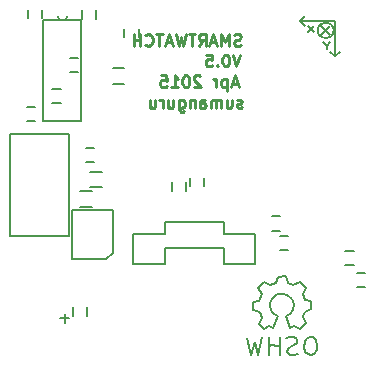
<source format=gbr>
G04 #@! TF.FileFunction,Legend,Bot*
%FSLAX46Y46*%
G04 Gerber Fmt 4.6, Leading zero omitted, Abs format (unit mm)*
G04 Created by KiCad (PCBNEW (2015-01-16 BZR 5376)-product) date 07/04/2015 12:08:15*
%MOMM*%
G01*
G04 APERTURE LIST*
%ADD10C,0.100000*%
%ADD11C,0.200000*%
%ADD12C,0.250000*%
%ADD13C,0.150000*%
G04 APERTURE END LIST*
D10*
D11*
X97400000Y-23000000D02*
X96600000Y-23800000D01*
X96600000Y-23000000D02*
X97400000Y-23800000D01*
X97670820Y-23400000D02*
G75*
G03X97670820Y-23400000I-670820J0D01*
G01*
X97100000Y-24700000D02*
X97100000Y-25000000D01*
X97100000Y-24700000D02*
X97400000Y-24400000D01*
X96800000Y-24400000D02*
X97100000Y-24700000D01*
X96000000Y-23000000D02*
X95500000Y-23500000D01*
X95500000Y-23000000D02*
X96000000Y-23500000D01*
X94800000Y-22600000D02*
X95200000Y-23000000D01*
X94800000Y-22600000D02*
X95200000Y-22200000D01*
X97800000Y-22600000D02*
X94800000Y-22600000D01*
X97800000Y-25600000D02*
X98200000Y-25200000D01*
X97800000Y-25600000D02*
X97400000Y-25200000D01*
X97800000Y-22600000D02*
X97800000Y-25600000D01*
D12*
X89535715Y-27916667D02*
X89059524Y-27916667D01*
X89630953Y-28202381D02*
X89297620Y-27202381D01*
X88964286Y-28202381D01*
X88630953Y-27535714D02*
X88630953Y-28535714D01*
X88630953Y-27583333D02*
X88535715Y-27535714D01*
X88345238Y-27535714D01*
X88250000Y-27583333D01*
X88202381Y-27630952D01*
X88154762Y-27726190D01*
X88154762Y-28011905D01*
X88202381Y-28107143D01*
X88250000Y-28154762D01*
X88345238Y-28202381D01*
X88535715Y-28202381D01*
X88630953Y-28154762D01*
X87726191Y-28202381D02*
X87726191Y-27535714D01*
X87726191Y-27726190D02*
X87678572Y-27630952D01*
X87630953Y-27583333D01*
X87535715Y-27535714D01*
X87440476Y-27535714D01*
X86392857Y-27297619D02*
X86345238Y-27250000D01*
X86250000Y-27202381D01*
X86011904Y-27202381D01*
X85916666Y-27250000D01*
X85869047Y-27297619D01*
X85821428Y-27392857D01*
X85821428Y-27488095D01*
X85869047Y-27630952D01*
X86440476Y-28202381D01*
X85821428Y-28202381D01*
X85202381Y-27202381D02*
X85107142Y-27202381D01*
X85011904Y-27250000D01*
X84964285Y-27297619D01*
X84916666Y-27392857D01*
X84869047Y-27583333D01*
X84869047Y-27821429D01*
X84916666Y-28011905D01*
X84964285Y-28107143D01*
X85011904Y-28154762D01*
X85107142Y-28202381D01*
X85202381Y-28202381D01*
X85297619Y-28154762D01*
X85345238Y-28107143D01*
X85392857Y-28011905D01*
X85440476Y-27821429D01*
X85440476Y-27583333D01*
X85392857Y-27392857D01*
X85345238Y-27297619D01*
X85297619Y-27250000D01*
X85202381Y-27202381D01*
X83916666Y-28202381D02*
X84488095Y-28202381D01*
X84202381Y-28202381D02*
X84202381Y-27202381D01*
X84297619Y-27345238D01*
X84392857Y-27440476D01*
X84488095Y-27488095D01*
X83011904Y-27202381D02*
X83488095Y-27202381D01*
X83535714Y-27678571D01*
X83488095Y-27630952D01*
X83392857Y-27583333D01*
X83154761Y-27583333D01*
X83059523Y-27630952D01*
X83011904Y-27678571D01*
X82964285Y-27773810D01*
X82964285Y-28011905D01*
X83011904Y-28107143D01*
X83059523Y-28154762D01*
X83154761Y-28202381D01*
X83392857Y-28202381D01*
X83488095Y-28154762D01*
X83535714Y-28107143D01*
X89904762Y-29904762D02*
X89809524Y-29952381D01*
X89619048Y-29952381D01*
X89523809Y-29904762D01*
X89476190Y-29809524D01*
X89476190Y-29761905D01*
X89523809Y-29666667D01*
X89619048Y-29619048D01*
X89761905Y-29619048D01*
X89857143Y-29571429D01*
X89904762Y-29476190D01*
X89904762Y-29428571D01*
X89857143Y-29333333D01*
X89761905Y-29285714D01*
X89619048Y-29285714D01*
X89523809Y-29333333D01*
X88619047Y-29285714D02*
X88619047Y-29952381D01*
X89047619Y-29285714D02*
X89047619Y-29809524D01*
X89000000Y-29904762D01*
X88904762Y-29952381D01*
X88761904Y-29952381D01*
X88666666Y-29904762D01*
X88619047Y-29857143D01*
X88142857Y-29952381D02*
X88142857Y-29285714D01*
X88142857Y-29380952D02*
X88095238Y-29333333D01*
X88000000Y-29285714D01*
X87857142Y-29285714D01*
X87761904Y-29333333D01*
X87714285Y-29428571D01*
X87714285Y-29952381D01*
X87714285Y-29428571D02*
X87666666Y-29333333D01*
X87571428Y-29285714D01*
X87428571Y-29285714D01*
X87333333Y-29333333D01*
X87285714Y-29428571D01*
X87285714Y-29952381D01*
X86380952Y-29952381D02*
X86380952Y-29428571D01*
X86428571Y-29333333D01*
X86523809Y-29285714D01*
X86714286Y-29285714D01*
X86809524Y-29333333D01*
X86380952Y-29904762D02*
X86476190Y-29952381D01*
X86714286Y-29952381D01*
X86809524Y-29904762D01*
X86857143Y-29809524D01*
X86857143Y-29714286D01*
X86809524Y-29619048D01*
X86714286Y-29571429D01*
X86476190Y-29571429D01*
X86380952Y-29523810D01*
X85904762Y-29285714D02*
X85904762Y-29952381D01*
X85904762Y-29380952D02*
X85857143Y-29333333D01*
X85761905Y-29285714D01*
X85619047Y-29285714D01*
X85523809Y-29333333D01*
X85476190Y-29428571D01*
X85476190Y-29952381D01*
X84571428Y-29285714D02*
X84571428Y-30095238D01*
X84619047Y-30190476D01*
X84666666Y-30238095D01*
X84761905Y-30285714D01*
X84904762Y-30285714D01*
X85000000Y-30238095D01*
X84571428Y-29904762D02*
X84666666Y-29952381D01*
X84857143Y-29952381D01*
X84952381Y-29904762D01*
X85000000Y-29857143D01*
X85047619Y-29761905D01*
X85047619Y-29476190D01*
X85000000Y-29380952D01*
X84952381Y-29333333D01*
X84857143Y-29285714D01*
X84666666Y-29285714D01*
X84571428Y-29333333D01*
X83666666Y-29285714D02*
X83666666Y-29952381D01*
X84095238Y-29285714D02*
X84095238Y-29809524D01*
X84047619Y-29904762D01*
X83952381Y-29952381D01*
X83809523Y-29952381D01*
X83714285Y-29904762D01*
X83666666Y-29857143D01*
X83190476Y-29952381D02*
X83190476Y-29285714D01*
X83190476Y-29476190D02*
X83142857Y-29380952D01*
X83095238Y-29333333D01*
X83000000Y-29285714D01*
X82904761Y-29285714D01*
X82142856Y-29285714D02*
X82142856Y-29952381D01*
X82571428Y-29285714D02*
X82571428Y-29809524D01*
X82523809Y-29904762D01*
X82428571Y-29952381D01*
X82285713Y-29952381D01*
X82190475Y-29904762D01*
X82142856Y-29857143D01*
X89773809Y-25452381D02*
X89440476Y-26452381D01*
X89107142Y-25452381D01*
X88583333Y-25452381D02*
X88488094Y-25452381D01*
X88392856Y-25500000D01*
X88345237Y-25547619D01*
X88297618Y-25642857D01*
X88249999Y-25833333D01*
X88249999Y-26071429D01*
X88297618Y-26261905D01*
X88345237Y-26357143D01*
X88392856Y-26404762D01*
X88488094Y-26452381D01*
X88583333Y-26452381D01*
X88678571Y-26404762D01*
X88726190Y-26357143D01*
X88773809Y-26261905D01*
X88821428Y-26071429D01*
X88821428Y-25833333D01*
X88773809Y-25642857D01*
X88726190Y-25547619D01*
X88678571Y-25500000D01*
X88583333Y-25452381D01*
X87821428Y-26357143D02*
X87773809Y-26404762D01*
X87821428Y-26452381D01*
X87869047Y-26404762D01*
X87821428Y-26357143D01*
X87821428Y-26452381D01*
X86869047Y-25452381D02*
X87345238Y-25452381D01*
X87392857Y-25928571D01*
X87345238Y-25880952D01*
X87250000Y-25833333D01*
X87011904Y-25833333D01*
X86916666Y-25880952D01*
X86869047Y-25928571D01*
X86821428Y-26023810D01*
X86821428Y-26261905D01*
X86869047Y-26357143D01*
X86916666Y-26404762D01*
X87011904Y-26452381D01*
X87250000Y-26452381D01*
X87345238Y-26404762D01*
X87392857Y-26357143D01*
X89821429Y-24654762D02*
X89678572Y-24702381D01*
X89440476Y-24702381D01*
X89345238Y-24654762D01*
X89297619Y-24607143D01*
X89250000Y-24511905D01*
X89250000Y-24416667D01*
X89297619Y-24321429D01*
X89345238Y-24273810D01*
X89440476Y-24226190D01*
X89630953Y-24178571D01*
X89726191Y-24130952D01*
X89773810Y-24083333D01*
X89821429Y-23988095D01*
X89821429Y-23892857D01*
X89773810Y-23797619D01*
X89726191Y-23750000D01*
X89630953Y-23702381D01*
X89392857Y-23702381D01*
X89250000Y-23750000D01*
X88821429Y-24702381D02*
X88821429Y-23702381D01*
X88488095Y-24416667D01*
X88154762Y-23702381D01*
X88154762Y-24702381D01*
X87726191Y-24416667D02*
X87250000Y-24416667D01*
X87821429Y-24702381D02*
X87488096Y-23702381D01*
X87154762Y-24702381D01*
X86250000Y-24702381D02*
X86583334Y-24226190D01*
X86821429Y-24702381D02*
X86821429Y-23702381D01*
X86440476Y-23702381D01*
X86345238Y-23750000D01*
X86297619Y-23797619D01*
X86250000Y-23892857D01*
X86250000Y-24035714D01*
X86297619Y-24130952D01*
X86345238Y-24178571D01*
X86440476Y-24226190D01*
X86821429Y-24226190D01*
X85964286Y-23702381D02*
X85392857Y-23702381D01*
X85678572Y-24702381D02*
X85678572Y-23702381D01*
X85154762Y-23702381D02*
X84916667Y-24702381D01*
X84726190Y-23988095D01*
X84535714Y-24702381D01*
X84297619Y-23702381D01*
X83964286Y-24416667D02*
X83488095Y-24416667D01*
X84059524Y-24702381D02*
X83726191Y-23702381D01*
X83392857Y-24702381D01*
X83202381Y-23702381D02*
X82630952Y-23702381D01*
X82916667Y-24702381D02*
X82916667Y-23702381D01*
X81726190Y-24607143D02*
X81773809Y-24654762D01*
X81916666Y-24702381D01*
X82011904Y-24702381D01*
X82154762Y-24654762D01*
X82250000Y-24559524D01*
X82297619Y-24464286D01*
X82345238Y-24273810D01*
X82345238Y-24130952D01*
X82297619Y-23940476D01*
X82250000Y-23845238D01*
X82154762Y-23750000D01*
X82011904Y-23702381D01*
X81916666Y-23702381D01*
X81773809Y-23750000D01*
X81726190Y-23797619D01*
X81297619Y-24702381D02*
X81297619Y-23702381D01*
X81297619Y-24178571D02*
X80726190Y-24178571D01*
X80726190Y-24702381D02*
X80726190Y-23702381D01*
D13*
X75200000Y-40850000D02*
X70250000Y-40850000D01*
X70250000Y-32150000D02*
X75250000Y-32150000D01*
X75225000Y-40850000D02*
X75225000Y-32150000D01*
X70250000Y-32150000D02*
X70250000Y-40850000D01*
X76800000Y-47550000D02*
X76800000Y-46850000D01*
X75600000Y-46850000D02*
X75600000Y-47550000D01*
X86675000Y-36600000D02*
X86675000Y-35900000D01*
X85475000Y-35900000D02*
X85475000Y-36600000D01*
X85175000Y-36975000D02*
X85175000Y-36275000D01*
X83975000Y-36275000D02*
X83975000Y-36975000D01*
X77400000Y-33350000D02*
X76700000Y-33350000D01*
X76700000Y-34550000D02*
X77400000Y-34550000D01*
X75350000Y-26950000D02*
X76050000Y-26950000D01*
X76050000Y-25750000D02*
X75350000Y-25750000D01*
X81150000Y-23950000D02*
X81150000Y-23250000D01*
X79950000Y-23250000D02*
X79950000Y-23950000D01*
X71700000Y-31050000D02*
X72400000Y-31050000D01*
X72400000Y-29850000D02*
X71700000Y-29850000D01*
X73850000Y-29550000D02*
X74550000Y-29550000D01*
X74550000Y-28350000D02*
X73850000Y-28350000D01*
X71800000Y-21650000D02*
X71800000Y-22350000D01*
X73000000Y-22350000D02*
X73000000Y-21650000D01*
X76350000Y-21700000D02*
X76350000Y-22400000D01*
X77550000Y-22400000D02*
X77550000Y-21700000D01*
X93825000Y-40775000D02*
X93125000Y-40775000D01*
X93125000Y-41975000D02*
X93825000Y-41975000D01*
X92450000Y-40350000D02*
X93150000Y-40350000D01*
X93150000Y-39150000D02*
X92450000Y-39150000D01*
X100350000Y-43950000D02*
X99650000Y-43950000D01*
X99650000Y-45150000D02*
X100350000Y-45150000D01*
X98650000Y-43250000D02*
X99350000Y-43250000D01*
X99350000Y-42050000D02*
X98650000Y-42050000D01*
D11*
X88350000Y-39600000D02*
X83350000Y-39600000D01*
X88350000Y-41800000D02*
X83350000Y-41800000D01*
X88350000Y-41800000D02*
X88350000Y-43200000D01*
X83350000Y-41800000D02*
X83350000Y-43200000D01*
X88350000Y-43200000D02*
X91050000Y-43200000D01*
X83350000Y-43200000D02*
X80650000Y-43200000D01*
X91050000Y-43200000D02*
X91050000Y-40600000D01*
X80650000Y-43200000D02*
X80650000Y-40600000D01*
X91050000Y-40600000D02*
X88350000Y-40600000D01*
X80650000Y-40600000D02*
X83350000Y-40600000D01*
X88350000Y-40600000D02*
X88350000Y-39600000D01*
X83350000Y-40600000D02*
X83350000Y-39600000D01*
D13*
X77050000Y-36700000D02*
X78050000Y-36700000D01*
X78050000Y-35350000D02*
X77050000Y-35350000D01*
X76200000Y-38350000D02*
X77200000Y-38350000D01*
X77200000Y-37000000D02*
X76200000Y-37000000D01*
X79950000Y-26625000D02*
X78950000Y-26625000D01*
X78950000Y-27975000D02*
X79950000Y-27975000D01*
D11*
X78950000Y-41725000D02*
X78950000Y-42250000D01*
X78950000Y-42250000D02*
X78425000Y-42775000D01*
X78425000Y-42775000D02*
X78000000Y-42775000D01*
X77950000Y-42775000D02*
X75500000Y-42775000D01*
X75500000Y-42775000D02*
X75500000Y-38575000D01*
X75500000Y-38575000D02*
X78950000Y-38575000D01*
X78950000Y-38575000D02*
X78950000Y-41775000D01*
D13*
X76300200Y-22499680D02*
X76300200Y-31100120D01*
X76300200Y-31100120D02*
X73099800Y-31100120D01*
X73099800Y-31100120D02*
X73099800Y-22499680D01*
X73849100Y-22499680D02*
X73099800Y-22499680D01*
X75599160Y-22499680D02*
X76300200Y-22499680D01*
X74400280Y-22499680D02*
X74301220Y-22199960D01*
X74999720Y-22499680D02*
X75098780Y-22199960D01*
X75599160Y-22499680D02*
X73800840Y-22499680D01*
X91631220Y-49389860D02*
X91270540Y-50860520D01*
X91270540Y-50860520D02*
X90991140Y-49798800D01*
X90991140Y-49798800D02*
X90681260Y-50870680D01*
X90681260Y-50870680D02*
X90340900Y-49420340D01*
X93051080Y-50080740D02*
X92261140Y-50070580D01*
X92261140Y-50070580D02*
X92250980Y-50080740D01*
X92250980Y-50080740D02*
X92250980Y-50070580D01*
X92210340Y-49359380D02*
X92210340Y-50901160D01*
X93099340Y-49349220D02*
X93099340Y-50918940D01*
X93099340Y-50918940D02*
X93089180Y-50908780D01*
X93650520Y-49450820D02*
X94001040Y-49369540D01*
X94001040Y-49369540D02*
X94321080Y-49359380D01*
X94321080Y-49359380D02*
X94559840Y-49560040D01*
X94559840Y-49560040D02*
X94590320Y-49829280D01*
X94590320Y-49829280D02*
X94349020Y-50070580D01*
X94349020Y-50070580D02*
X93960400Y-50200120D01*
X93960400Y-50200120D02*
X93780060Y-50360140D01*
X93780060Y-50360140D02*
X93739420Y-50659860D01*
X93739420Y-50659860D02*
X93970560Y-50880840D01*
X93970560Y-50880840D02*
X94290600Y-50908780D01*
X94290600Y-50908780D02*
X94641120Y-50799560D01*
X95679980Y-49349220D02*
X95928900Y-49369540D01*
X95928900Y-49369540D02*
X96170200Y-49610840D01*
X96170200Y-49610840D02*
X96259100Y-50101060D01*
X96259100Y-50101060D02*
X96231160Y-50449040D01*
X96231160Y-50449040D02*
X96030500Y-50769080D01*
X96030500Y-50769080D02*
X95779040Y-50891000D01*
X95779040Y-50891000D02*
X95469160Y-50819880D01*
X95469160Y-50819880D02*
X95250720Y-50639540D01*
X95250720Y-50639540D02*
X95179600Y-50179800D01*
X95179600Y-50179800D02*
X95230400Y-49770860D01*
X95230400Y-49770860D02*
X95339620Y-49488920D01*
X95339620Y-49488920D02*
X95700300Y-49359380D01*
X95080540Y-47629640D02*
X95339620Y-48190980D01*
X95339620Y-48190980D02*
X94801140Y-48709140D01*
X94801140Y-48709140D02*
X94280440Y-48439900D01*
X94280440Y-48439900D02*
X94001040Y-48599920D01*
X92560860Y-48579600D02*
X92230660Y-48389100D01*
X92230660Y-48389100D02*
X91791240Y-48719300D01*
X91791240Y-48719300D02*
X91318800Y-48229080D01*
X91318800Y-48229080D02*
X91600740Y-47749020D01*
X91600740Y-47749020D02*
X91410240Y-47279120D01*
X91410240Y-47279120D02*
X90800640Y-47091160D01*
X90800640Y-47091160D02*
X90800640Y-46410440D01*
X90800640Y-46410440D02*
X91359440Y-46270740D01*
X91359440Y-46270740D02*
X91560100Y-45699240D01*
X91560100Y-45699240D02*
X91290860Y-45229340D01*
X91290860Y-45229340D02*
X91760760Y-44718800D01*
X91760760Y-44718800D02*
X92278920Y-44980420D01*
X92278920Y-44980420D02*
X92748820Y-44779760D01*
X92748820Y-44779760D02*
X92919000Y-44238740D01*
X92919000Y-44238740D02*
X93609880Y-44220960D01*
X93609880Y-44220960D02*
X93820700Y-44769600D01*
X93820700Y-44769600D02*
X94239800Y-44939780D01*
X94239800Y-44939780D02*
X94790980Y-44670540D01*
X94790980Y-44670540D02*
X95309140Y-45198860D01*
X95309140Y-45198860D02*
X95060220Y-45739880D01*
X95060220Y-45739880D02*
X95230400Y-46219940D01*
X95230400Y-46219940D02*
X95779040Y-46319000D01*
X95779040Y-46319000D02*
X95789200Y-47020040D01*
X95789200Y-47020040D02*
X95230400Y-47220700D01*
X95230400Y-47220700D02*
X95090700Y-47619480D01*
X92949480Y-47599160D02*
X92649760Y-47449300D01*
X92649760Y-47449300D02*
X92449100Y-47251180D01*
X92449100Y-47251180D02*
X92299240Y-46849860D01*
X92299240Y-46849860D02*
X92299240Y-46451080D01*
X92299240Y-46451080D02*
X92449100Y-46100560D01*
X92449100Y-46100560D02*
X92901220Y-45750040D01*
X92901220Y-45750040D02*
X93350800Y-45699240D01*
X93350800Y-45699240D02*
X93749580Y-45800840D01*
X93749580Y-45800840D02*
X94150900Y-46148820D01*
X94150900Y-46148820D02*
X94300760Y-46600940D01*
X94300760Y-46600940D02*
X94249960Y-47098780D01*
X94249960Y-47098780D02*
X94001040Y-47401040D01*
X94001040Y-47401040D02*
X93650520Y-47599160D01*
X93650520Y-47599160D02*
X94001040Y-48599920D01*
X92949480Y-47599160D02*
X92550700Y-48599920D01*
X75280952Y-47771429D02*
X74519047Y-47771429D01*
X74899999Y-48152381D02*
X74899999Y-47390476D01*
M02*

</source>
